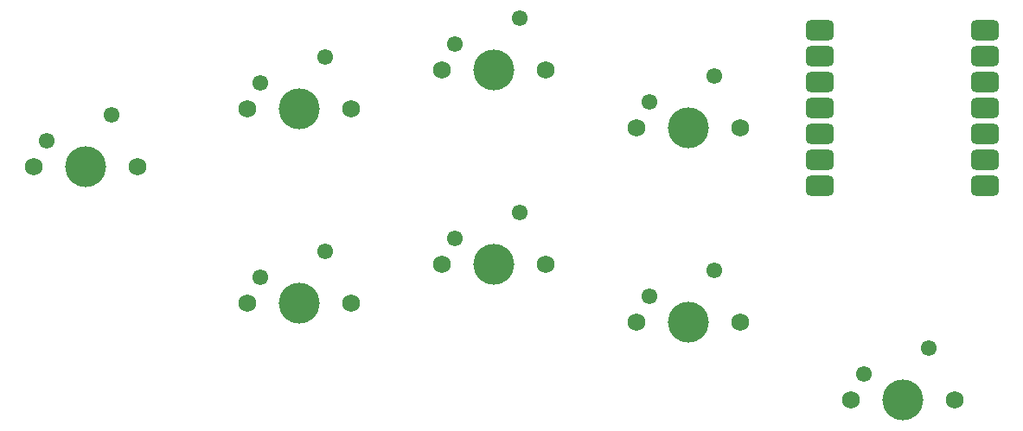
<source format=gbr>
%TF.GenerationSoftware,KiCad,Pcbnew,7.0.2*%
%TF.CreationDate,2023-09-16T14:44:34-04:00*%
%TF.ProjectId,j-artsey-v1,6a2d6172-7473-4657-992d-76312e6b6963,rev?*%
%TF.SameCoordinates,Original*%
%TF.FileFunction,Soldermask,Top*%
%TF.FilePolarity,Negative*%
%FSLAX46Y46*%
G04 Gerber Fmt 4.6, Leading zero omitted, Abs format (unit mm)*
G04 Created by KiCad (PCBNEW 7.0.2) date 2023-09-16 14:44:34*
%MOMM*%
%LPD*%
G01*
G04 APERTURE LIST*
G04 Aperture macros list*
%AMRoundRect*
0 Rectangle with rounded corners*
0 $1 Rounding radius*
0 $2 $3 $4 $5 $6 $7 $8 $9 X,Y pos of 4 corners*
0 Add a 4 corners polygon primitive as box body*
4,1,4,$2,$3,$4,$5,$6,$7,$8,$9,$2,$3,0*
0 Add four circle primitives for the rounded corners*
1,1,$1+$1,$2,$3*
1,1,$1+$1,$4,$5*
1,1,$1+$1,$6,$7*
1,1,$1+$1,$8,$9*
0 Add four rect primitives between the rounded corners*
20,1,$1+$1,$2,$3,$4,$5,0*
20,1,$1+$1,$4,$5,$6,$7,0*
20,1,$1+$1,$6,$7,$8,$9,0*
20,1,$1+$1,$8,$9,$2,$3,0*%
G04 Aperture macros list end*
%ADD10C,1.750000*%
%ADD11C,1.550000*%
%ADD12C,4.000000*%
%ADD13RoundRect,0.500000X-0.875000X-0.500000X0.875000X-0.500000X0.875000X0.500000X-0.875000X0.500000X0*%
G04 APERTURE END LIST*
D10*
%TO.C,MX2*%
X137795000Y-62865000D03*
D11*
X139065000Y-60325000D03*
D12*
X142875000Y-62865000D03*
D11*
X145415000Y-57785000D03*
D10*
X147955000Y-62865000D03*
%TD*%
%TO.C,MX3*%
X156845000Y-59055000D03*
D11*
X158115000Y-56515000D03*
D12*
X161925000Y-59055000D03*
D11*
X164465000Y-53975000D03*
D10*
X167005000Y-59055000D03*
%TD*%
%TO.C,MX1*%
X116840000Y-68580000D03*
D11*
X118110000Y-66040000D03*
D12*
X121920000Y-68580000D03*
D11*
X124460000Y-63500000D03*
D10*
X127000000Y-68580000D03*
%TD*%
%TO.C,MX4*%
X175895000Y-64770000D03*
D11*
X177165000Y-62230000D03*
D12*
X180975000Y-64770000D03*
D11*
X183515000Y-59690000D03*
D10*
X186055000Y-64770000D03*
%TD*%
D13*
%TO.C,U1*%
X193847500Y-55150000D03*
X193847500Y-57690000D03*
X193847500Y-60230000D03*
X193847500Y-62770000D03*
X193847500Y-65310000D03*
X193847500Y-67850000D03*
X193847500Y-70390000D03*
X210012500Y-70390000D03*
X210012500Y-67850000D03*
X210012500Y-65310000D03*
X210012500Y-62770000D03*
X210012500Y-60230000D03*
X210012500Y-57690000D03*
X210012500Y-55150000D03*
%TD*%
D10*
%TO.C,MX8*%
X196850000Y-91440000D03*
D11*
X198120000Y-88900000D03*
D12*
X201930000Y-91440000D03*
D11*
X204470000Y-86360000D03*
D10*
X207010000Y-91440000D03*
%TD*%
%TO.C,MX5*%
X137795000Y-81915000D03*
D11*
X139065000Y-79375000D03*
D12*
X142875000Y-81915000D03*
D11*
X145415000Y-76835000D03*
D10*
X147955000Y-81915000D03*
%TD*%
%TO.C,MX7*%
X175895000Y-83820000D03*
D11*
X177165000Y-81280000D03*
D12*
X180975000Y-83820000D03*
D11*
X183515000Y-78740000D03*
D10*
X186055000Y-83820000D03*
%TD*%
%TO.C,MX6*%
X156845000Y-78105000D03*
D11*
X158115000Y-75565000D03*
D12*
X161925000Y-78105000D03*
D11*
X164465000Y-73025000D03*
D10*
X167005000Y-78105000D03*
%TD*%
M02*

</source>
